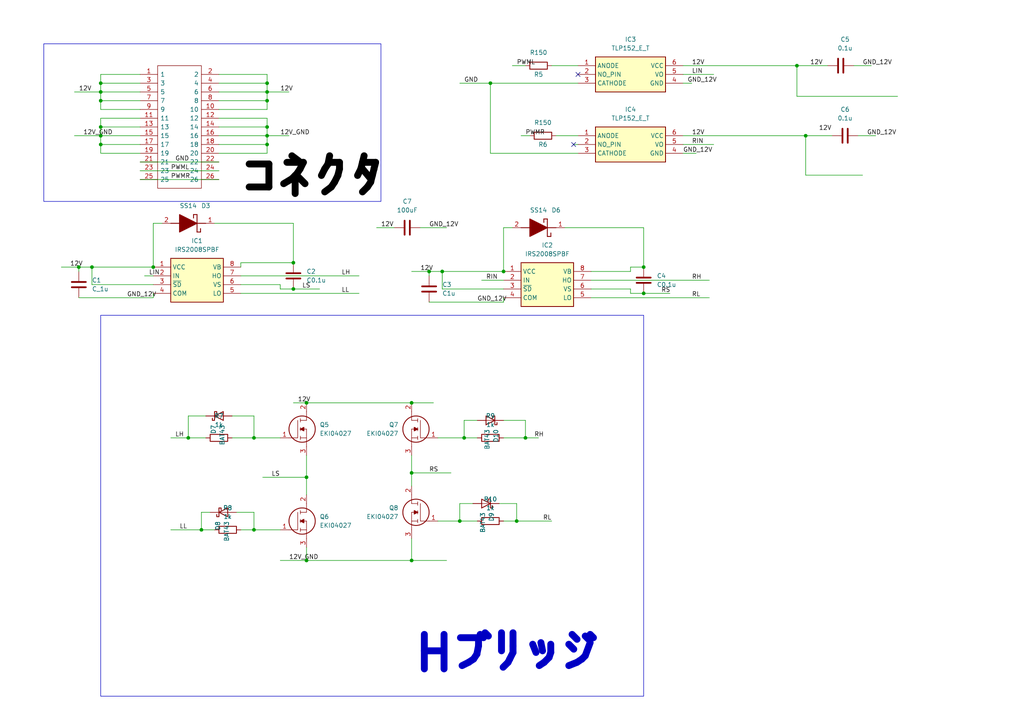
<source format=kicad_sch>
(kicad_sch (version 20230121) (generator eeschema)
  (paper "A4")
  (title_block (title "MD") (date "2023-12-25"))
  (lib_symbols
    (symbol "Device:C" (pin_numbers hide) (pin_names (offset 0.254))
      (property "Reference" "C" (at 0.635 2.54 0))
      (property "Value" "C" (at 0.635 -2.54 0))
      (symbol "C_0_1"
        (polyline (pts (xy -2.032 -0.762) (xy 2.032 -0.762)) (stroke (width 0.508)))
        (polyline (pts (xy -2.032 0.762) (xy 2.032 0.762)) (stroke (width 0.508)))
      )
      (symbol "C_1_1"
        (pin passive line (at 0 3.81 270) (length 2.794) (name "~") (number "1"))
        (pin passive line (at 0 -3.81 90) (length 2.794) (name "~") (number "2"))
      )
    )
    (symbol "Device:R" (pin_numbers hide) (pin_names (offset 0))
      (property "Reference" "R" (at 2.032 0 90))
      (property "Value" "R" (at 0 0 90))
      (symbol "R_0_1"
        (rectangle (start -1.016 -2.54) (end 1.016 2.54) (stroke (width 0.254)))
      )
      (symbol "R_1_1"
        (pin passive line (at 0 3.81 270) (length 1.27) (name "~") (number "1"))
        (pin passive line (at 0 -3.81 90) (length 1.27) (name "~") (number "2"))
      )
    )
    (symbol "Diode:BAT43" (pin_numbers hide) (pin_names (offset 1.016) hide)
      (property "Reference" "D" (at 0 2.54 0))
      (property "Value" "BAT43" (at 0 -2.54 0))
      (symbol "BAT43_0_1"
        (polyline (pts (xy 1.27 0) (xy -1.27 0)))
        (polyline (pts (xy 1.27 1.27) (xy 1.27 -1.27) (xy -1.27 0) (xy 1.27 1.27)) (stroke (width 0.254)))
        (polyline (pts (xy -1.905 0.635) (xy -1.905 1.27) (xy -1.27 1.27) (xy -1.27 -1.27) (xy -0.635 -1.27) (xy -0.635 -0.635)) (stroke (width 0.254)))
      )
      (symbol "BAT43_1_1"
        (pin passive line (at -3.81 0 0) (length 2.54) (name "K") (number "1"))
        (pin passive line (at 3.81 0 180) (length 2.54) (name "A") (number "2"))
      )
    )
    (symbol "EKI04027:EKI04027" (pin_names (offset 0.762))
      (property "Reference" "Q" (at 11.43 3.81 0))
      (property "Value" "EKI04027" (at 11.43 1.27 0))
      (symbol "EKI04027_0_0"
        (pin passive line (at 0 0 0) (length 2.54) (name "~") (number "1"))
        (pin passive line (at 7.62 10.16 270) (length 2.54) (name "~") (number "2"))
        (pin passive line (at 7.62 -5.08 90) (length 2.54) (name "~") (number "3"))
      )
      (symbol "EKI04027_0_1"
        (polyline (pts (xy 5.842 -0.508) (xy 5.842 0.508)) (stroke (width 0.1524)))
        (polyline (pts (xy 5.842 0) (xy 7.62 0)) (stroke (width 0.1524)))
        (polyline (pts (xy 5.842 2.032) (xy 5.842 3.048)) (stroke (width 0.1524)))
        (polyline (pts (xy 5.842 5.588) (xy 5.842 4.572)) (stroke (width 0.1524)))
        (polyline (pts (xy 7.62 2.54) (xy 5.842 2.54)) (stroke (width 0.1524)))
        (polyline (pts (xy 7.62 2.54) (xy 7.62 -2.54)) (stroke (width 0.1524)))
        (polyline (pts (xy 7.62 5.08) (xy 5.842 5.08)) (stroke (width 0.1524)))
        (polyline (pts (xy 7.62 5.08) (xy 7.62 7.62)) (stroke (width 0.1524)))
        (polyline (pts (xy 2.54 0) (xy 5.08 0) (xy 5.08 5.08)) (stroke (width 0.1524)))
        (polyline (pts (xy 5.842 2.54) (xy 6.858 3.048) (xy 6.858 2.032) (xy 5.842 2.54)) (stroke (width 0.254)) (fill (type outline)))
        (circle (center 6.35 2.54) (radius 3.81) (stroke (width 0.254)))
      )
    )
    (symbol "HIF3FB-26DA-2.54DSA_71_:HIF3FB-26DA-2.54DSA_71_" (pin_names (offset 0.762))
      (symbol "HIF3FB-26DA-2.54DSA_71__0_0"
        (pin passive line (at 0 0 0) (length 5.08) (name "1") (number "1"))
        (pin passive line (at 22.86 -10.16 180) (length 5.08) (name "10") (number "10"))
        (pin passive line (at 0 -12.7 0) (length 5.08) (name "11") (number "11"))
        (pin passive line (at 22.86 -12.7 180) (length 5.08) (name "12") (number "12"))
        (pin passive line (at 0 -15.24 0) (length 5.08) (name "13") (number "13"))
        (pin passive line (at 22.86 -15.24 180) (length 5.08) (name "14") (number "14"))
        (pin passive line (at 0 -17.78 0) (length 5.08) (name "15") (number "15"))
        (pin passive line (at 22.86 -17.78 180) (length 5.08) (name "16") (number "16"))
        (pin passive line (at 0 -20.32 0) (length 5.08) (name "17") (number "17"))
        (pin passive line (at 22.86 -20.32 180) (length 5.08) (name "18") (number "18"))
        (pin passive line (at 0 -22.86 0) (length 5.08) (name "19") (number "19"))
        (pin passive line (at 22.86 0 180) (length 5.08) (name "2") (number "2"))
        (pin passive line (at 22.86 -22.86 180) (length 5.08) (name "20") (number "20"))
        (pin passive line (at 0 -25.4 0) (length 5.08) (name "21") (number "21"))
        (pin passive line (at 22.86 -25.4 180) (length 5.08) (name "22") (number "22"))
        (pin passive line (at 0 -27.94 0) (length 5.08) (name "23") (number "23"))
        (pin passive line (at 22.86 -27.94 180) (length 5.08) (name "24") (number "24"))
        (pin passive line (at 0 -30.48 0) (length 5.08) (name "25") (number "25"))
        (pin passive line (at 22.86 -30.48 180) (length 5.08) (name "26") (number "26"))
        (pin passive line (at 0 -2.54 0) (length 5.08) (name "3") (number "3"))
        (pin passive line (at 22.86 -2.54 180) (length 5.08) (name "4") (number "4"))
        (pin passive line (at 0 -5.08 0) (length 5.08) (name "5") (number "5"))
        (pin passive line (at 22.86 -5.08 180) (length 5.08) (name "6") (number "6"))
        (pin passive line (at 0 -7.62 0) (length 5.08) (name "7") (number "7"))
        (pin passive line (at 22.86 -7.62 180) (length 5.08) (name "8") (number "8"))
        (pin passive line (at 0 -10.16 0) (length 5.08) (name "9") (number "9"))
      )
      (symbol "HIF3FB-26DA-2.54DSA_71__0_1"
        (polyline (pts (xy 5.08 2.54) (xy 17.78 2.54) (xy 17.78 -33.02) (xy 5.08 -33.02) (xy 5.08 2.54)) (stroke (width 0.1524)))
      )
    )
    (symbol "IRS2008SPBF:IRS2008SPBF"
      (property "Reference" "IC" (at 21.59 7.62 0))
      (property "Value" "IRS2008SPBF" (at 21.59 5.08 0))
      (symbol "IRS2008SPBF_1_1"
        (rectangle (start 5.08 2.54) (end 20.32 -10.16) (stroke (width 0.254)) (fill (type background)))
        (pin power_in line (at 0 0 0) (length 5.08) (name "VCC") (number "1"))
        (pin input line (at 0 -2.54 0) (length 5.08) (name "IN") (number "2"))
        (pin input line (at 0 -5.08 0) (length 5.08) (name "~{SD}") (number "3"))
        (pin power_in line (at 0 -7.62 0) (length 5.08) (name "COM") (number "4"))
        (pin output line (at 25.4 -7.62 180) (length 5.08) (name "LO") (number "5"))
        (pin power_in line (at 25.4 -5.08 180) (length 5.08) (name "VS") (number "6"))
        (pin output line (at 25.4 -2.54 180) (length 5.08) (name "HO") (number "7"))
        (pin power_in line (at 25.4 0 180) (length 5.08) (name "VB") (number "8"))
      )
    )
    (symbol "SS14:SS14" (pin_names hide)
      (property "Reference" "D" (at 12.7 8.89 0))
      (property "Value" "SS14" (at 12.7 6.35 0))
      (symbol "SS14_1_1"
        (polyline (pts (xy 5.08 0) (xy 7.62 0)) (stroke (width 0.254)))
        (polyline (pts (xy 6.604 -1.524) (xy 6.604 -2.54)) (stroke (width 0.254)))
        (polyline (pts (xy 7.62 -2.54) (xy 6.604 -2.54)) (stroke (width 0.254)))
        (polyline (pts (xy 7.62 2.54) (xy 7.62 -2.54)) (stroke (width 0.254)))
        (polyline (pts (xy 7.62 2.54) (xy 8.636 2.54)) (stroke (width 0.254)))
        (polyline (pts (xy 8.636 1.524) (xy 8.636 2.54)) (stroke (width 0.254)))
        (polyline (pts (xy 12.7 0) (xy 15.24 0)) (stroke (width 0.254)))
        (polyline (pts (xy 7.62 0) (xy 12.7 2.54) (xy 12.7 -2.54) (xy 7.62 0)) (stroke (width 0.254)) (fill (type outline)))
        (pin passive line (at 2.54 0 0) (length 2.54) (name "K") (number "1"))
        (pin passive line (at 17.78 0 180) (length 2.54) (name "A") (number "2"))
      )
    )
    (symbol "TLP152_E_T:TLP152_E_T"
      (property "Reference" "IC" (at 26.67 7.62 0))
      (property "Value" "TLP152_E_T" (at 26.67 5.08 0))
      (symbol "TLP152_E_T_1_1"
        (rectangle (start 5.08 2.54) (end 25.4 -7.62) (stroke (width 0.254)) (fill (type background)))
        (pin passive line (at 0 0 0) (length 5.08) (name "ANODE") (number "1"))
        (pin passive line (at 0 -2.54 0) (length 5.08) (name "NO_PIN") (number "2"))
        (pin passive line (at 0 -5.08 0) (length 5.08) (name "CATHODE") (number "3"))
        (pin passive line (at 30.48 -5.08 180) (length 5.08) (name "GND") (number "4"))
        (pin passive line (at 30.48 -2.54 180) (length 5.08) (name "VO") (number "5"))
        (pin passive line (at 30.48 0 180) (length 5.08) (name "VCC") (number "6"))
      )
    )
  )
  (junction (at 88.9 116.84))
  (junction (at 44.45 77.47))
  (junction (at 186.69 85.09))
  (junction (at 128.27 78.74))
  (junction (at 26.67 77.47))
  (junction (at 134.62 127))
  (junction (at 29.21 39.37))
  (junction (at 77.47 29.21))
  (junction (at 186.69 77.47))
  (junction (at 88.9 138.43))
  (junction (at 119.38 116.84))
  (junction (at 233.68 39.37))
  (junction (at 146.05 78.74))
  (junction (at 29.21 24.13))
  (junction (at 85.09 76.2))
  (junction (at 77.47 41.91))
  (junction (at 133.35 151.13))
  (junction (at 73.66 127))
  (junction (at 85.09 83.82))
  (junction (at 124.46 78.74))
  (junction (at 142.24 24.13))
  (junction (at 58.42 153.67))
  (junction (at 29.21 41.91))
  (junction (at 77.47 36.83))
  (junction (at 22.86 77.47))
  (junction (at 119.38 162.56))
  (junction (at 77.47 26.67))
  (junction (at 231.14 19.05))
  (junction (at 77.47 24.13))
  (junction (at 54.61 127))
  (junction (at 119.38 137.16))
  (junction (at 77.47 39.37))
  (junction (at 88.9 162.56))
  (junction (at 29.21 29.21))
  (junction (at 29.21 36.83))
  (junction (at 73.66 153.67))
  (junction (at 152.4 127))
  (junction (at 29.21 26.67))
  (junction (at 149.86 151.13))
  (no_connect (at 167.64 21.59))
  (no_connect (at 166.37 41.91))
  (wire (pts (xy 134.62 127) (xy 138.43 127)))
  (wire (pts (xy 128.27 78.74) (xy 128.27 83.82)))
  (wire (pts (xy 121.92 66.04) (xy 129.54 66.04)))
  (wire (pts (xy 29.21 29.21) (xy 29.21 31.75)))
  (wire (pts (xy 198.12 19.05) (xy 231.14 19.05)))
  (wire (pts (xy 133.35 146.05) (xy 137.16 146.05)))
  (wire (pts (xy 182.88 85.09) (xy 186.69 85.09)))
  (wire (pts (xy 69.85 82.55) (xy 81.28 82.55)))
  (wire (pts (xy 76.2 138.43) (xy 88.9 138.43)))
  (wire (pts (xy 58.42 153.67) (xy 62.23 153.67)))
  (wire (pts (xy 29.21 39.37) (xy 29.21 41.91)))
  (wire (pts (xy 62.23 64.77) (xy 85.09 64.77)))
  (wire (pts (xy 77.47 36.83) (xy 77.47 39.37)))
  (wire (pts (xy 29.21 34.29) (xy 29.21 36.83)))
  (wire (pts (xy 149.86 146.05) (xy 149.86 151.13)))
  (wire (pts (xy 67.31 127) (xy 73.66 127)))
  (wire (pts (xy 67.31 120.65) (xy 73.66 120.65)))
  (wire (pts (xy 171.45 83.82) (xy 182.88 83.82)))
  (wire (pts (xy 54.61 127) (xy 54.61 120.65)))
  (wire (pts (xy 49.53 127) (xy 54.61 127)))
  (wire (pts (xy 44.45 64.77) (xy 44.45 77.47)))
  (wire (pts (xy 182.88 77.47) (xy 186.69 77.47)))
  (wire (pts (xy 233.68 39.37) (xy 233.68 50.8)))
  (wire (pts (xy 119.38 78.74) (xy 124.46 78.74)))
  (wire (pts (xy 231.14 19.05) (xy 231.14 27.94)))
  (wire (pts (xy 231.14 27.94) (xy 260.35 27.94)))
  (wire (pts (xy 69.85 77.47) (xy 69.85 76.2)))
  (wire (pts (xy 88.9 158.75) (xy 88.9 162.56)))
  (wire (pts (xy 119.38 162.56) (xy 129.54 162.56)))
  (wire (pts (xy 63.5 34.29) (xy 77.47 34.29)))
  (wire (pts (xy 127 151.13) (xy 133.35 151.13)))
  (wire (pts (xy 29.21 29.21) (xy 40.64 29.21)))
  (wire (pts (xy 26.67 77.47) (xy 26.67 82.55)))
  (wire (pts (xy 73.66 153.67) (xy 81.28 153.67)))
  (wire (pts (xy 142.24 24.13) (xy 167.64 24.13)))
  (wire (pts (xy 198.12 21.59) (xy 207.01 21.59)))
  (wire (pts (xy 29.21 39.37) (xy 40.64 39.37)))
  (wire (pts (xy 29.21 34.29) (xy 40.64 34.29)))
  (wire (pts (xy 29.21 44.45) (xy 40.64 44.45)))
  (wire (pts (xy 63.5 39.37) (xy 77.47 39.37)))
  (wire (pts (xy 146.05 127) (xy 152.4 127)))
  (wire (pts (xy 26.67 82.55) (xy 44.45 82.55)))
  (wire (pts (xy 124.46 78.74) (xy 124.46 80.01)))
  (wire (pts (xy 17.78 77.47) (xy 22.86 77.47)))
  (wire (pts (xy 134.62 121.92) (xy 134.62 127)))
  (wire (pts (xy 29.21 24.13) (xy 40.64 24.13)))
  (wire (pts (xy 88.9 162.56) (xy 119.38 162.56)))
  (wire (pts (xy 85.09 83.82) (xy 92.71 83.82)))
  (wire (pts (xy 146.05 66.04) (xy 146.05 78.74)))
  (wire (pts (xy 163.83 66.04) (xy 186.69 66.04)))
  (wire (pts (xy 29.21 36.83) (xy 40.64 36.83)))
  (wire (pts (xy 21.59 26.67) (xy 29.21 26.67)))
  (wire (pts (xy 77.47 29.21) (xy 77.47 31.75)))
  (wire (pts (xy 63.5 41.91) (xy 77.47 41.91)))
  (wire (pts (xy 77.47 26.67) (xy 77.47 29.21)))
  (wire (pts (xy 88.9 116.84) (xy 119.38 116.84)))
  (wire (pts (xy 77.47 34.29) (xy 77.47 36.83)))
  (wire (pts (xy 69.85 76.2) (xy 85.09 76.2)))
  (wire (pts (xy 171.45 86.36) (xy 205.74 86.36)))
  (wire (pts (xy 63.5 26.67) (xy 77.47 26.67)))
  (wire (pts (xy 29.21 41.91) (xy 29.21 44.45)))
  (wire (pts (xy 29.21 31.75) (xy 40.64 31.75)))
  (wire (pts (xy 73.66 127) (xy 81.28 127)))
  (wire (pts (xy 69.85 153.67) (xy 73.66 153.67)))
  (wire (pts (xy 128.27 83.82) (xy 146.05 83.82)))
  (wire (pts (xy 148.59 19.05) (xy 152.4 19.05)))
  (wire (pts (xy 119.38 116.84) (xy 125.73 116.84)))
  (wire (pts (xy 151.13 39.37) (xy 153.67 39.37)))
  (wire (pts (xy 81.28 83.82) (xy 85.09 83.82)))
  (wire (pts (xy 144.78 146.05) (xy 149.86 146.05)))
  (wire (pts (xy 22.86 77.47) (xy 26.67 77.47)))
  (wire (pts (xy 166.37 41.91) (xy 167.64 41.91)))
  (wire (pts (xy 247.65 19.05) (xy 252.73 19.05)))
  (wire (pts (xy 40.64 46.99) (xy 63.5 46.99)))
  (wire (pts (xy 63.5 24.13) (xy 77.47 24.13)))
  (wire (pts (xy 69.85 80.01) (xy 104.14 80.01)))
  (wire (pts (xy 161.29 39.37) (xy 167.64 39.37)))
  (wire (pts (xy 133.35 151.13) (xy 138.43 151.13)))
  (wire (pts (xy 73.66 127) (xy 73.66 120.65)))
  (wire (pts (xy 26.67 77.47) (xy 44.45 77.47)))
  (wire (pts (xy 171.45 81.28) (xy 205.74 81.28)))
  (wire (pts (xy 29.21 21.59) (xy 29.21 24.13)))
  (wire (pts (xy 29.21 26.67) (xy 40.64 26.67)))
  (wire (pts (xy 73.66 148.59) (xy 68.58 148.59)))
  (wire (pts (xy 77.47 41.91) (xy 77.47 44.45)))
  (wire (pts (xy 146.05 151.13) (xy 149.86 151.13)))
  (wire (pts (xy 152.4 127) (xy 156.21 127)))
  (wire (pts (xy 142.24 44.45) (xy 167.64 44.45)))
  (wire (pts (xy 160.02 19.05) (xy 167.64 19.05)))
  (wire (pts (xy 124.46 78.74) (xy 128.27 78.74)))
  (wire (pts (xy 182.88 78.74) (xy 182.88 77.47)))
  (wire (pts (xy 29.21 36.83) (xy 29.21 39.37)))
  (wire (pts (xy 124.46 87.63) (xy 146.05 87.63)))
  (wire (pts (xy 29.21 24.13) (xy 29.21 26.67)))
  (wire (pts (xy 119.38 137.16) (xy 119.38 140.97)))
  (wire (pts (xy 77.47 24.13) (xy 77.47 26.67)))
  (wire (pts (xy 231.14 19.05) (xy 240.03 19.05)))
  (wire (pts (xy 133.35 24.13) (xy 142.24 24.13)))
  (wire (pts (xy 152.4 121.92) (xy 152.4 127)))
  (wire (pts (xy 138.43 121.92) (xy 134.62 121.92)))
  (wire (pts (xy 198.12 44.45) (xy 201.93 44.45)))
  (wire (pts (xy 109.22 66.04) (xy 114.3 66.04)))
  (wire (pts (xy 198.12 24.13) (xy 200.66 24.13)))
  (wire (pts (xy 81.28 82.55) (xy 81.28 83.82)))
  (wire (pts (xy 85.09 64.77) (xy 85.09 76.2)))
  (wire (pts (xy 88.9 138.43) (xy 88.9 143.51)))
  (wire (pts (xy 186.69 85.09) (xy 194.31 85.09)))
  (wire (pts (xy 133.35 151.13) (xy 133.35 146.05)))
  (wire (pts (xy 54.61 127) (xy 59.69 127)))
  (wire (pts (xy 186.69 66.04) (xy 186.69 77.47)))
  (wire (pts (xy 54.61 120.65) (xy 59.69 120.65)))
  (wire (pts (xy 41.91 80.01) (xy 44.45 80.01)))
  (wire (pts (xy 63.5 36.83) (xy 77.47 36.83)))
  (wire (pts (xy 73.66 153.67) (xy 73.66 148.59)))
  (wire (pts (xy 233.68 50.8) (xy 250.19 50.8)))
  (wire (pts (xy 81.28 162.56) (xy 88.9 162.56)))
  (wire (pts (xy 60.96 148.59) (xy 58.42 148.59)))
  (wire (pts (xy 128.27 78.74) (xy 146.05 78.74)))
  (wire (pts (xy 127 127) (xy 134.62 127)))
  (wire (pts (xy 77.47 39.37) (xy 77.47 41.91)))
  (wire (pts (xy 29.21 21.59) (xy 40.64 21.59)))
  (wire (pts (xy 148.59 66.04) (xy 146.05 66.04)))
  (wire (pts (xy 198.12 41.91) (xy 207.01 41.91)))
  (wire (pts (xy 88.9 132.08) (xy 88.9 138.43)))
  (wire (pts (xy 119.38 137.16) (xy 130.81 137.16)))
  (wire (pts (xy 146.05 87.63) (xy 146.05 86.36)))
  (wire (pts (xy 119.38 156.21) (xy 119.38 162.56)))
  (wire (pts (xy 69.85 85.09) (xy 104.14 85.09)))
  (wire (pts (xy 63.5 31.75) (xy 77.47 31.75)))
  (wire (pts (xy 29.21 41.91) (xy 40.64 41.91)))
  (wire (pts (xy 44.45 86.36) (xy 44.45 85.09)))
  (wire (pts (xy 241.3 39.37) (xy 233.68 39.37)))
  (wire (pts (xy 46.99 64.77) (xy 44.45 64.77)))
  (wire (pts (xy 139.7 81.28) (xy 146.05 81.28)))
  (wire (pts (xy 22.86 86.36) (xy 44.45 86.36)))
  (wire (pts (xy 119.38 132.08) (xy 119.38 137.16)))
  (wire (pts (xy 63.5 21.59) (xy 77.47 21.59)))
  (wire (pts (xy 63.5 29.21) (xy 77.47 29.21)))
  (wire (pts (xy 198.12 39.37) (xy 233.68 39.37)))
  (wire (pts (xy 142.24 24.13) (xy 142.24 44.45)))
  (wire (pts (xy 85.09 116.84) (xy 88.9 116.84)))
  (wire (pts (xy 22.86 77.47) (xy 22.86 78.74)))
  (wire (pts (xy 29.21 26.67) (xy 29.21 29.21)))
  (wire (pts (xy 182.88 83.82) (xy 182.88 85.09)))
  (wire (pts (xy 77.47 26.67) (xy 83.82 26.67)))
  (wire (pts (xy 63.5 44.45) (xy 77.47 44.45)))
  (wire (pts (xy 49.53 153.67) (xy 58.42 153.67)))
  (wire (pts (xy 171.45 78.74) (xy 182.88 78.74)))
  (wire (pts (xy 146.05 121.92) (xy 152.4 121.92)))
  (wire (pts (xy 40.64 49.53) (xy 63.5 49.53)))
  (wire (pts (xy 21.59 39.37) (xy 29.21 39.37)))
  (wire (pts (xy 77.47 39.37) (xy 83.82 39.37)))
  (wire (pts (xy 149.86 151.13) (xy 160.02 151.13)))
  (wire (pts (xy 248.92 39.37) (xy 254 39.37)))
  (wire (pts (xy 40.64 52.07) (xy 63.5 52.07)))
  (wire (pts (xy 58.42 148.59) (xy 58.42 153.67)))
  (wire (pts (xy 77.47 21.59) (xy 77.47 24.13)))
  (rectangle (start 12.7 12.7) (end 110.49 58.42))
  (rectangle (start 29.21 91.44) (end 186.69 201.93))
  (rectangle (start 90.17 217.17) (end 160.02 275.59))
  (rectangle (start 1.27 217.17) (end 71.12 275.59))
  (rectangle (start 90.17 285.75) (end 160.02 344.17))
  (rectangle (start 1.27 285.75) (end 71.12 344.17))
  (text "右上" (at 139.7 224.79 0) (effects (font (size 5 5) (thickness 1) bold) (justify left bottom)))
  (text "右下" (at 139.7 293.37 0) (effects (font (size 5 5) (thickness 1) bold) (justify left bottom)))
  (text "Hブリッジ" (at 119.38 195.58 0) (effects (font (size 10 10) (thickness 2) bold) (justify left bottom)))
  (text "左上" (at 50.8 224.79 0) (effects (font (size 5 5) (thickness 1) bold) (justify left bottom)))
  (text "左下" (at 50.8 293.37 0) (effects (font (size 5 5) (thickness 1) bold) (justify left bottom)))
  (label "LS" (at 78.74 138.43 0))
  (label "12V" (at 81.28 26.67 0))
  (label "12V" (at 200.66 39.37 0))
  (label "LH" (at 50.8 127 0))
  (label "GND_12V" (at 198.12 44.45 0))
  (label "PWML" (at 149.86 19.05 0))
  (label "RS" (at 191.77 85.09 0))
  (label "RS" (at 124.46 137.16 0))
  (label "LH" (at 99.06 80.01 0))
  (label "GND_12V" (at 36.83 86.36 0))
  (label "12V" (at 86.36 116.84 0))
  (label "LS" (at 87.63 83.82 0))
  (label "GND_12V" (at 124.46 66.04 0))
  (label "12V" (at 234.95 19.05 0))
  (label "GND" (at 134.62 24.13 0))
  (label "LL" (at 99.06 85.09 0))
  (label "12V_GND" (at 81.28 39.37 0))
  (label "12V" (at 110.49 66.04 0))
  (label "RIN" (at 140.97 81.28 0))
  (label "12V_GND" (at 83.82 162.56 0))
  (label "RIN" (at 200.66 41.91 0))
  (label "PWMR" (at 152.4 39.37 0))
  (label "GND_12V" (at 138.43 87.63 0))
  (label "RL" (at 200.66 86.36 0))
  (label "12V" (at 121.92 78.74 0))
  (label "RL" (at 157.48 151.13 0))
  (label "12V" (at 200.66 19.05 0))
  (label "12V" (at 22.86 26.67 0))
  (label "GND_12V" (at 250.19 19.05 0))
  (label "GND_12V" (at 199.39 24.13 0))
  (label "コネクタ" (at 68.58 60.96 0) (effects (font (size 10 10) (thickness 2) bold)))
  (label "12V" (at 237.49 38.1 0))
  (label "12V_GND" (at 24.13 39.37 0))
  (label "LIN" (at 200.66 21.59 0))
  (label "12V" (at 20.32 77.47 0))
  (label "PWMR" (at 49.53 52.07 0))
  (label "PWML" (at 49.53 49.53 0))
  (label "LIN" (at 43.18 80.01 0))
  (label "GND" (at 50.8 46.99 0))
  (label "RH" (at 200.66 81.28 0))
  (label "RH" (at 154.94 127 0))
  (label "LL" (at 52.07 153.67 0))
  (label "GND_12V" (at 251.46 39.37 0))
  (symbol (lib_id "Device:C") (at 118.11 66.04 270) (unit 1)
    (property "Reference" "C7" (at 118.11 58.42 90))
    (property "Value" "100uF" (at 118.11 60.96 90))
    (property "Footprint" "Capacitor_THT:C_Radial_D6.3mm_H11.0mm_P2.50mm" (effects hide))
  )
  (symbol (lib_id "Device:C") (at 124.46 83.82 0) (unit 1)
    (property "Reference" "C3" (at 128.27 82.55 0) (effects (justify left)))
    (property "Value" "C1u" (at 128.27 85.09 0) (effects (justify left)))
    (property "Footprint" "Capacitor_SMD:C_0603_1608Metric" (effects hide))
  )
  (symbol (lib_id "TLP152_E_T:TLP152_E_T") (at 167.64 19.05 0) (unit 1)
    (property "Reference" "IC3" (at 182.88 11.43 0))
    (property "Value" "TLP152_E_T" (at 182.88 13.97 0))
    (property "Footprint" "TLP152_E_T_フォトカプラ:SOIC127P700X220-6N" (effects hide))
    (property "Datasheet" "https://toshiba.semicon-storage.com/info/docget.jsp?did=13615&prodName=TLP152" (effects hide))
    (property "Height" "2.2" (effects hide))
    (property "Manufacturer_Name" "Toshiba" (effects hide))
    (property "Manufacturer_Part_Number" "TLP152(E(T" (effects hide))
    (property "Mouser Part Number" "N/A" (effects hide))
    (property "Mouser Price/Stock" "https://www.mouser.co.uk/ProductDetail/Toshiba/TLP152ET?qs=mggYZwYCrAAp0qxxmz3g3Q%3D%3D" (effects hide))
    (property "Arrow Part Number" "TLP152(E(T" (effects hide))
    (property "Arrow Price/Stock" "https://www.arrow.com/en/products/tlp152-e-t/toshiba" (effects hide))
  )
  (symbol (lib_id "EKI04027:EKI04027") (at 81.28 127 0) (unit 1)
    (property "Reference" "Q5" (at 92.71 123.19 0) (effects (justify left)))
    (property "Value" "EKI04027" (at 92.71 125.73 0) (effects (justify left)))
    (property "Footprint" "Eki04027:eki04027" (effects hide))
    (property "Datasheet" "http://www.semicon.sanken-ele.co.jp/sk_content/eki04027_ds_en.pdf" (effects hide))
    (property "Description" "40 V, 85 A, 2.6 m Low RDS(ON) N ch Trench Power MOSFET" (effects hide))
    (property "Height" "4.7" (effects hide))
    (property "Manufacturer_Name" "SANKEN ELECTRIC CO." (effects hide))
    (property "Manufacturer_Part_Number" "EKI04027" (effects hide))
  )
  (symbol (lib_id "Device:C") (at 243.84 19.05 90) (unit 1)
    (property "Reference" "C5" (at 245.11 11.43 90))
    (property "Value" "0.1u" (at 245.11 13.97 90))
    (property "Footprint" "Capacitor_SMD:C_0603_1608Metric" (effects hide))
  )
  (symbol (lib_id "Device:R") (at 142.24 151.13 90) (unit 1)
    (property "Reference" "R10" (at 142.24 144.78 90))
    (property "Value" "1k" (at 142.24 147.32 90))
    (property "Footprint" "Resistor_SMD:R_0603_1608Metric" (effects hide))
  )
  (symbol (lib_id "EKI04027:EKI04027") (at 127 127 0) (mirror y) (unit 1)
    (property "Reference" "Q7" (at 115.57 123.19 0) (effects (justify left)))
    (property "Value" "EKI04027" (at 115.57 125.73 0) (effects (justify left)))
    (property "Footprint" "Eki04027:eki04027" (effects hide))
    (property "Datasheet" "http://www.semicon.sanken-ele.co.jp/sk_content/eki04027_ds_en.pdf" (effects hide))
    (property "Description" "40 V, 85 A, 2.6 m Low RDS(ON) N ch Trench Power MOSFET" (effects hide))
    (property "Height" "4.7" (effects hide))
    (property "Manufacturer_Name" "SANKEN ELECTRIC CO." (effects hide))
    (property "Manufacturer_Part_Number" "EKI04027" (effects hide))
  )
  (symbol (lib_id "SS14:SS14") (at 166.37 66.04 0) (mirror y) (unit 1)
    (property "Reference" "D6" (at 161.29 60.96 0))
    (property "Value" "SS14" (at 156.21 60.96 0))
    (property "Footprint" "SS14_大バリア:DIOM5126X250N" (effects hide))
    (property "Datasheet" "https://www.taiwansemi.com/assets/uploads/datasheet/SS12%20SERIES_Q2102.pdf" (effects hide))
    (property "Height" "2.5" (effects hide))
    (property "Manufacturer_Name" "Taiwan Semiconductor" (effects hide))
    (property "Manufacturer_Part_Number" "SS14" (effects hide))
    (property "Mouser Part Number" "821-SS14" (effects hide))
    (property "Mouser Price/Stock" "https://www.mouser.co.uk/ProductDetail/Taiwan-Semiconductor/SS14?qs=JV7lzlMm3yLIdi0ESVd3YQ%3D%3D" (effects hide))
    (property "Arrow Part Number" "SS14" (effects hide))
    (property "Arrow Price/Stock" "https://www.arrow.com/en/products/ss14/taiwan-semiconductor?region=europe" (effects hide))
  )
  (symbol (lib_id "EKI04027:EKI04027") (at 127 151.13 0) (mirror y) (unit 1)
    (property "Reference" "Q8" (at 115.57 147.32 0) (effects (justify left)))
    (property "Value" "EKI04027" (at 115.57 149.86 0) (effects (justify left)))
    (property "Footprint" "Eki04027:eki04027" (effects hide))
    (property "Datasheet" "http://www.semicon.sanken-ele.co.jp/sk_content/eki04027_ds_en.pdf" (effects hide))
    (property "Description" "40 V, 85 A, 2.6 m Low RDS(ON) N ch Trench Power MOSFET" (effects hide))
    (property "Height" "4.7" (effects hide))
    (property "Manufacturer_Name" "SANKEN ELECTRIC CO." (effects hide))
    (property "Manufacturer_Part_Number" "EKI04027" (effects hide))
  )
  (symbol (lib_id "Diode:BAT43") (at 140.97 146.05 180) (unit 1)
    (property "Reference" "D9" (at 142.5575 148.59 90) (effects (justify left)))
    (property "Value" "BAT43" (at 140.0175 148.59 90) (effects (justify left)))
    (property "Footprint" "BAT43XV2:SODFL1608X70N" (effects hide))
    (property "Datasheet" "http://www.vishay.com/docs/85660/bat42.pdf" (effects hide))
  )
  (symbol (lib_id "Device:C") (at 22.86 82.55 0) (unit 1)
    (property "Reference" "C1" (at 26.67 81.28 0) (effects (justify left)))
    (property "Value" "C_1u" (at 26.67 83.82 0) (effects (justify left)))
    (property "Footprint" "Capacitor_SMD:C_0603_1608Metric" (effects hide))
  )
  (symbol (lib_id "IRS2008SPBF:IRS2008SPBF") (at 146.05 78.74 0) (unit 1)
    (property "Reference" "IC2" (at 158.75 71.12 0))
    (property "Value" "IRS2008SPBF" (at 158.75 73.66 0))
    (property "Footprint" "IRS2008SPBF_ゲートドライバ:SOIC127P600X175-8N" (effects hide))
    (property "Datasheet" "https://www.infineon.com/cms/en/product/power/gate-driver-ics/?" (effects hide))
    (property "Height" "1.75" (effects hide))
    (property "Manufacturer_Name" "Infineon" (effects hide))
    (property "Manufacturer_Part_Number" "IRS2008SPBF" (effects hide))
    (property "Mouser Part Number" "726-IRS2008SPBF" (effects hide))
    (property "Mouser Price/Stock" "https://www.mouser.co.uk/ProductDetail/Infineon-Technologies/IRS2008SPBF?qs=u4fy%2FsgLU9My4avBI1%2FdcQ%3D%3D" (effects hide))
    (property "Arrow Part Number" "IRS2008SPBF" (effects hide))
    (property "Arrow Price/Stock" "https://www.arrow.com/en/products/irs2008spbf/infineon-technologies-ag?region=nac" (effects hide))
  )
  (symbol (lib_id "Device:R") (at 66.04 153.67 90) (unit 1)
    (property "Reference" "R8" (at 66.04 147.32 90))
    (property "Value" "1k" (at 66.04 149.86 90))
    (property "Footprint" "Resistor_SMD:R_0603_1608Metric" (effects hide))
  )
  (symbol (lib_id "Device:C") (at 186.69 81.28 0) (unit 1)
    (property "Reference" "C4" (at 190.5 80.01 0) (effects (justify left)))
    (property "Value" "C0.1u" (at 190.5 82.55 0) (effects (justify left)))
    (property "Footprint" "Capacitor_SMD:C_0603_1608Metric" (effects hide))
  )
  (symbol (lib_id "Diode:BAT43") (at 64.77 148.59 0) (mirror x) (unit 1)
    (property "Reference" "D8" (at 63.1825 151.13 90) (effects (justify left)))
    (property "Value" "BAT43" (at 65.7225 151.13 90) (effects (justify left)))
    (property "Footprint" "BAT43XV2:SODFL1608X70N" (effects hide))
    (property "Datasheet" "http://www.vishay.com/docs/85660/bat42.pdf" (effects hide))
  )
  (symbol (lib_id "Device:R") (at 142.24 127 90) (unit 1)
    (property "Reference" "R9" (at 142.24 120.65 90))
    (property "Value" "1k" (at 142.24 123.19 90))
    (property "Footprint" "Resistor_SMD:R_0603_1608Metric" (effects hide))
  )
  (symbol (lib_id "IRS2008SPBF:IRS2008SPBF") (at 44.45 77.47 0) (unit 1)
    (property "Reference" "IC1" (at 57.15 69.85 0))
    (property "Value" "IRS2008SPBF" (at 57.15 72.39 0))
    (property "Footprint" "IRS2008SPBF_ゲートドライバ:SOIC127P600X175-8N" (effects hide))
    (property "Datasheet" "https://www.infineon.com/cms/en/product/power/gate-driver-ics/?" (effects hide))
    (property "Height" "1.75" (effects hide))
    (property "Manufacturer_Name" "Infineon" (effects hide))
    (property "Manufacturer_Part_Number" "IRS2008SPBF" (effects hide))
    (property "Mouser Part Number" "726-IRS2008SPBF" (effects hide))
    (property "Mouser Price/Stock" "https://www.mouser.co.uk/ProductDetail/Infineon-Technologies/IRS2008SPBF?qs=u4fy%2FsgLU9My4avBI1%2FdcQ%3D%3D" (effects hide))
    (property "Arrow Part Number" "IRS2008SPBF" (effects hide))
    (property "Arrow Price/Stock" "https://www.arrow.com/en/products/irs2008spbf/infineon-technologies-ag?region=nac" (effects hide))
  )
  (symbol (lib_id "HIF3FB-26DA-2.54DSA_71_:HIF3FB-26DA-2.54DSA_71_") (at 40.64 21.59 0) (unit 1)
    (property "Reference" "J1" (effects hide))
    (property "Value" "HIF3FB-26DA-2.54DSA_71_" (effects hide))
    (property "Footprint" "Library:RHDR26W71P254_2X13_3759X600X980P" (effects hide))
    (property "Datasheet" "https://componentsearchengine.com/Datasheets/1/HIF3FB-26DA-2.54DSA(71).pdf" (effects hide))
    (property "Description" "Hirose 2.54mm 26 Way 2 Row Straight PCB Socket Through Hole Socket Strip" (effects hide))
    (property "Height" "9.8" (effects hide))
    (property "Manufacturer_Name" "Hirose" (effects hide))
    (property "Manufacturer_Part_Number" "HIF3FB-26DA-2.54DSA(71)" (effects hide))
    (property "Mouser Part Number" "798-HIF3FB26DA254D71" (effects hide))
    (property "Mouser Price/Stock" "https://www.mouser.co.uk/ProductDetail/Hirose-Connector/HIF3FB-26DA-2.54DSA71?qs=eDUdFcBPps2oa4IuoR9adg%3D%3D" (effects hide))
  )
  (symbol (lib_id "Device:R") (at 156.21 19.05 270) (unit 1)
    (property "Reference" "R5" (at 156.21 21.59 90))
    (property "Value" "R150" (at 156.21 15.24 90))
    (property "Footprint" "Resistor_SMD:R_0603_1608Metric" (effects hide))
  )
  (symbol (lib_id "EKI04027:EKI04027") (at 81.28 153.67 0) (unit 1)
    (property "Reference" "Q6" (at 92.71 149.86 0) (effects (justify left)))
    (property "Value" "EKI04027" (at 92.71 152.4 0) (effects (justify left)))
    (property "Footprint" "Eki04027:eki04027" (effects hide))
    (property "Datasheet" "http://www.semicon.sanken-ele.co.jp/sk_content/eki04027_ds_en.pdf" (effects hide))
    (property "Description" "40 V, 85 A, 2.6 m Low RDS(ON) N ch Trench Power MOSFET" (effects hide))
    (property "Height" "4.7" (effects hide))
    (property "Manufacturer_Name" "SANKEN ELECTRIC CO." (effects hide))
    (property "Manufacturer_Part_Number" "EKI04027" (effects hide))
  )
  (symbol (lib_id "Device:R") (at 63.5 127 270) (unit 1)
    (property "Reference" "R7" (at 63.5 120.65 90))
    (property "Value" "1k" (at 63.5 123.19 90))
    (property "Footprint" "Resistor_SMD:R_0603_1608Metric" (effects hide))
  )
  (symbol (lib_id "Diode:BAT43") (at 142.24 121.92 180) (unit 1)
    (property "Reference" "D10" (at 143.8275 124.46 90) (effects (justify left)))
    (property "Value" "BAT43" (at 141.2875 124.46 90) (effects (justify left)))
    (property "Footprint" "BAT43XV2:SODFL1608X70N" (effects hide))
    (property "Datasheet" "http://www.vishay.com/docs/85660/bat42.pdf" (effects hide))
  )
  (symbol (lib_id "Device:C") (at 245.11 39.37 90) (unit 1)
    (property "Reference" "C6" (at 245.11 31.75 90))
    (property "Value" "0.1u" (at 245.11 34.29 90))
    (property "Footprint" "Capacitor_SMD:C_0603_1608Metric" (effects hide))
  )
  (symbol (lib_id "Diode:BAT43") (at 63.5 120.65 0) (mirror x) (unit 1)
    (property "Reference" "D7" (at 61.9125 123.19 90) (effects (justify left)))
    (property "Value" "BAT43" (at 64.4525 123.19 90) (effects (justify left)))
    (property "Footprint" "BAT43XV2:SODFL1608X70N" (effects hide))
    (property "Datasheet" "http://www.vishay.com/docs/85660/bat42.pdf" (effects hide))
  )
  (symbol (lib_id "Device:R") (at 157.48 39.37 270) (unit 1)
    (property "Reference" "R6" (at 157.48 41.91 90))
    (property "Value" "R150" (at 157.48 35.56 90))
    (property "Footprint" "Resistor_SMD:R_0603_1608Metric" (effects hide))
  )
  (symbol (lib_id "Device:C") (at 85.09 80.01 0) (unit 1)
    (property "Reference" "C2" (at 88.9 78.74 0) (effects (justify left)))
    (property "Value" "C0.1u" (at 88.9 81.28 0) (effects (justify left)))
    (property "Footprint" "Capacitor_SMD:C_0603_1608Metric" (effects hide))
  )
  (symbol (lib_id "SS14:SS14") (at 64.77 64.77 0) (mirror y) (unit 1)
    (property "Reference" "D3" (at 59.69 59.69 0))
    (property "Value" "SS14" (at 54.61 59.69 0))
    (property "Footprint" "SS14_大バリア:DIOM5126X250N" (effects hide))
    (property "Datasheet" "https://www.taiwansemi.com/assets/uploads/datasheet/SS12%20SERIES_Q2102.pdf" (effects hide))
    (property "Height" "2.5" (effects hide))
    (property "Manufacturer_Name" "Taiwan Semiconductor" (effects hide))
    (property "Manufacturer_Part_Number" "SS14" (effects hide))
    (property "Mouser Part Number" "821-SS14" (effects hide))
    (property "Mouser Price/Stock" "https://www.mouser.co.uk/ProductDetail/Taiwan-Semiconductor/SS14?qs=JV7lzlMm3yLIdi0ESVd3YQ%3D%3D" (effects hide))
    (property "Arrow Part Number" "SS14" (effects hide))
    (property "Arrow Price/Stock" "https://www.arrow.com/en/products/ss14/taiwan-semiconductor?region=europe" (effects hide))
  )
  (symbol (lib_id "TLP152_E_T:TLP152_E_T") (at 167.64 39.37 0) (unit 1)
    (property "Reference" "IC4" (at 182.88 31.75 0))
    (property "Value" "TLP152_E_T" (at 182.88 34.29 0))
    (property "Footprint" "TLP152_E_T_フォトカプラ:SOIC127P700X220-6N" (effects hide))
    (property "Datasheet" "https://toshiba.semicon-storage.com/info/docget.jsp?did=13615&prodName=TLP152" (effects hide))
    (property "Height" "2.2" (effects hide))
    (property "Manufacturer_Name" "Toshiba" (effects hide))
    (property "Manufacturer_Part_Number" "TLP152(E(T" (effects hide))
    (property "Mouser Part Number" "N/A" (effects hide))
    (property "Mouser Price/Stock" "https://www.mouser.co.uk/ProductDetail/Toshiba/TLP152ET?qs=mggYZwYCrAAp0qxxmz3g3Q%3D%3D" (effects hide))
    (property "Arrow Part Number" "TLP152(E(T" (effects hide))
    (property "Arrow Price/Stock" "https://www.arrow.com/en/products/tlp152-e-t/toshiba" (effects hide))
  )
)
</source>
